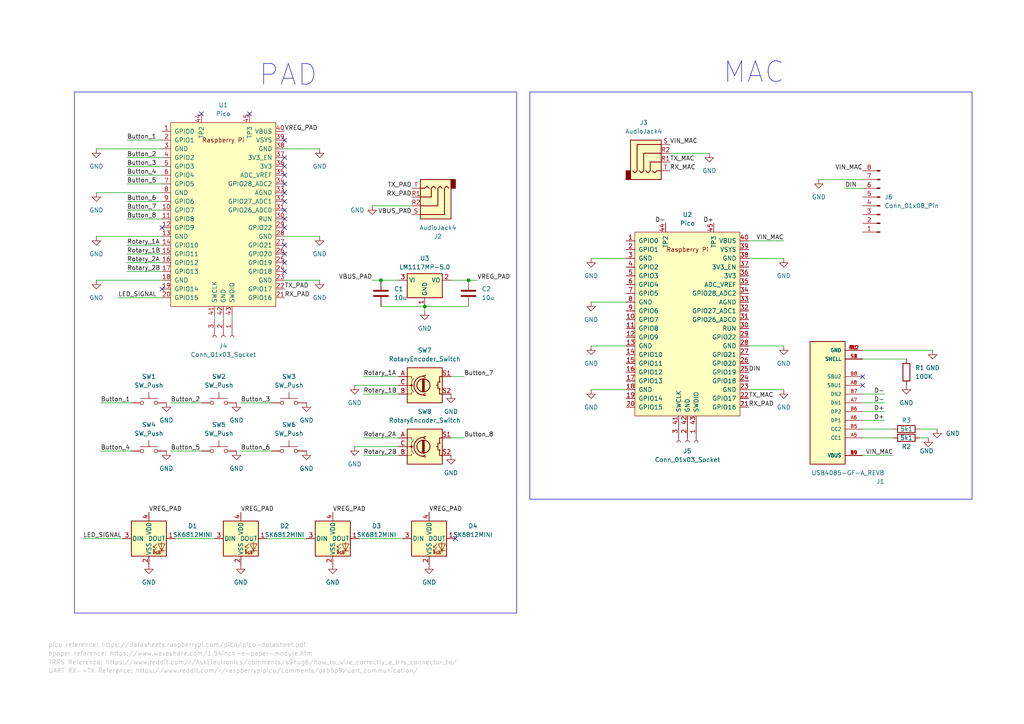
<source format=kicad_sch>
(kicad_sch (version 20230121) (generator eeschema)
  (paper "A4")
  (title_block (title "MACropad") (date "2023-09-19") (rev "2.0") (company "Ben Stirling x Ariel Young"))
  (lib_symbols
    (symbol "Connector:Conn_01x03_Socket" (pin_names (offset 1.016) hide)
      (property "Reference" "J" (at 0 5.08 0))
      (property "Value" "Conn_01x03_Socket" (at 0 -5.08 0))
      (symbol "Conn_01x03_Socket_1_1"
        (arc (start 0 -2.032) (mid -0.5058 -2.54) (end 0 -3.048) (stroke (width 0.1524)))
        (polyline (pts (xy -1.27 -2.54) (xy -0.508 -2.54)) (stroke (width 0.1524)))
        (polyline (pts (xy -1.27 0) (xy -0.508 0)) (stroke (width 0.1524)))
        (polyline (pts (xy -1.27 2.54) (xy -0.508 2.54)) (stroke (width 0.1524)))
        (arc (start 0 0.508) (mid -0.5058 0) (end 0 -0.508) (stroke (width 0.1524)))
        (arc (start 0 3.048) (mid -0.5058 2.54) (end 0 2.032) (stroke (width 0.1524)))
        (pin passive line (at -5.08 2.54 0) (length 3.81) (name "Pin_1") (number "1"))
        (pin passive line (at -5.08 0 0) (length 3.81) (name "Pin_2") (number "2"))
        (pin passive line (at -5.08 -2.54 0) (length 3.81) (name "Pin_3") (number "3"))
      )
    )
    (symbol "Connector:Conn_01x08_Pin" (pin_names (offset 1.016) hide)
      (property "Reference" "J" (at 0 10.16 0))
      (property "Value" "Conn_01x08_Pin" (at 0 -12.7 0))
      (symbol "Conn_01x08_Pin_1_1"
        (polyline (pts (xy 1.27 -10.16) (xy 0.8636 -10.16)) (stroke (width 0.1524)))
        (polyline (pts (xy 1.27 -7.62) (xy 0.8636 -7.62)) (stroke (width 0.1524)))
        (polyline (pts (xy 1.27 -5.08) (xy 0.8636 -5.08)) (stroke (width 0.1524)))
        (polyline (pts (xy 1.27 -2.54) (xy 0.8636 -2.54)) (stroke (width 0.1524)))
        (polyline (pts (xy 1.27 0) (xy 0.8636 0)) (stroke (width 0.1524)))
        (polyline (pts (xy 1.27 2.54) (xy 0.8636 2.54)) (stroke (width 0.1524)))
        (polyline (pts (xy 1.27 5.08) (xy 0.8636 5.08)) (stroke (width 0.1524)))
        (polyline (pts (xy 1.27 7.62) (xy 0.8636 7.62)) (stroke (width 0.1524)))
        (rectangle (start 0.8636 -10.033) (end 0 -10.287) (stroke (width 0.1524)) (fill (type outline)))
        (rectangle (start 0.8636 -7.493) (end 0 -7.747) (stroke (width 0.1524)) (fill (type outline)))
        (rectangle (start 0.8636 -4.953) (end 0 -5.207) (stroke (width 0.1524)) (fill (type outline)))
        (rectangle (start 0.8636 -2.413) (end 0 -2.667) (stroke (width 0.1524)) (fill (type outline)))
        (rectangle (start 0.8636 0.127) (end 0 -0.127) (stroke (width 0.1524)) (fill (type outline)))
        (rectangle (start 0.8636 2.667) (end 0 2.413) (stroke (width 0.1524)) (fill (type outline)))
        (rectangle (start 0.8636 5.207) (end 0 4.953) (stroke (width 0.1524)) (fill (type outline)))
        (rectangle (start 0.8636 7.747) (end 0 7.493) (stroke (width 0.1524)) (fill (type outline)))
        (pin passive line (at 5.08 7.62 180) (length 3.81) (name "Pin_1") (number "1"))
        (pin passive line (at 5.08 5.08 180) (length 3.81) (name "Pin_2") (number "2"))
        (pin passive line (at 5.08 2.54 180) (length 3.81) (name "Pin_3") (number "3"))
        (pin passive line (at 5.08 0 180) (length 3.81) (name "Pin_4") (number "4"))
        (pin passive line (at 5.08 -2.54 180) (length 3.81) (name "Pin_5") (number "5"))
        (pin passive line (at 5.08 -5.08 180) (length 3.81) (name "Pin_6") (number "6"))
        (pin passive line (at 5.08 -7.62 180) (length 3.81) (name "Pin_7") (number "7"))
        (pin passive line (at 5.08 -10.16 180) (length 3.81) (name "Pin_8") (number "8"))
      )
    )
    (symbol "Connector_Audio:AudioJack4"
      (property "Reference" "J" (at 0 8.89 0))
      (property "Value" "AudioJack4" (at 0 6.35 0))
      (symbol "AudioJack4_0_1"
        (rectangle (start -6.35 -5.08) (end -7.62 -7.62) (stroke (width 0.254)) (fill (type outline)))
        (polyline (pts (xy 0 -5.08) (xy 0.635 -5.715) (xy 1.27 -5.08) (xy 2.54 -5.08)) (stroke (width 0.254)))
        (polyline (pts (xy -5.715 -5.08) (xy -5.08 -5.715) (xy -4.445 -5.08) (xy -4.445 2.54) (xy 2.54 2.54)) (stroke (width 0.254)))
        (polyline (pts (xy -1.905 -5.08) (xy -1.27 -5.715) (xy -0.635 -5.08) (xy -0.635 -2.54) (xy 2.54 -2.54)) (stroke (width 0.254)))
        (polyline (pts (xy 2.54 0) (xy -2.54 0) (xy -2.54 -5.08) (xy -3.175 -5.715) (xy -3.81 -5.08)) (stroke (width 0.254)))
        (rectangle (start 2.54 3.81) (end -6.35 -7.62) (stroke (width 0.254)) (fill (type background)))
      )
      (symbol "AudioJack4_1_1"
        (pin passive line (at 5.08 -2.54 180) (length 2.54) (name "~") (number "R1"))
        (pin passive line (at 5.08 0 180) (length 2.54) (name "~") (number "R2"))
        (pin passive line (at 5.08 2.54 180) (length 2.54) (name "~") (number "S"))
        (pin passive line (at 5.08 -5.08 180) (length 2.54) (name "~") (number "T"))
      )
    )
    (symbol "Device:C" (pin_numbers hide) (pin_names (offset 0.254))
      (property "Reference" "C" (at 0.635 2.54 0))
      (property "Value" "C" (at 0.635 -2.54 0))
      (symbol "C_0_1"
        (polyline (pts (xy -2.032 -0.762) (xy 2.032 -0.762)) (stroke (width 0.508)))
        (polyline (pts (xy -2.032 0.762) (xy 2.032 0.762)) (stroke (width 0.508)))
      )
      (symbol "C_1_1"
        (pin passive line (at 0 3.81 270) (length 2.794) (name "~") (number "1"))
        (pin passive line (at 0 -3.81 90) (length 2.794) (name "~") (number "2"))
      )
    )
    (symbol "Device:R" (pin_numbers hide) (pin_names (offset 0))
      (property "Reference" "R" (at 2.032 0 90))
      (property "Value" "R" (at 0 0 90))
      (symbol "R_0_1"
        (rectangle (start -1.016 -2.54) (end 1.016 2.54) (stroke (width 0.254)))
      )
      (symbol "R_1_1"
        (pin passive line (at 0 3.81 270) (length 1.27) (name "~") (number "1"))
        (pin passive line (at 0 -3.81 90) (length 1.27) (name "~") (number "2"))
      )
    )
    (symbol "Device:RotaryEncoder_Switch" (pin_names (offset 0.254) hide)
      (property "Reference" "SW" (at 0 6.604 0))
      (property "Value" "RotaryEncoder_Switch" (at 0 -6.604 0))
      (symbol "RotaryEncoder_Switch_0_1"
        (rectangle (start -5.08 5.08) (end 5.08 -5.08) (stroke (width 0.254)) (fill (type background)))
        (circle (center -3.81 0) (radius 0.254) (fill (type outline)))
        (circle (center -0.381 0) (radius 1.905) (stroke (width 0.254)))
        (arc (start -0.381 2.667) (mid -3.0988 -0.0635) (end -0.381 -2.794) (stroke (width 0.254)))
        (polyline (pts (xy -0.635 -1.778) (xy -0.635 1.778)) (stroke (width 0.254)))
        (polyline (pts (xy -0.381 -1.778) (xy -0.381 1.778)) (stroke (width 0.254)))
        (polyline (pts (xy -0.127 1.778) (xy -0.127 -1.778)) (stroke (width 0.254)))
        (polyline (pts (xy 3.81 0) (xy 3.429 0)) (stroke (width 0.254)))
        (polyline (pts (xy 3.81 1.016) (xy 3.81 -1.016)) (stroke (width 0.254)))
        (polyline (pts (xy -5.08 -2.54) (xy -3.81 -2.54) (xy -3.81 -2.032)))
        (polyline (pts (xy -5.08 2.54) (xy -3.81 2.54) (xy -3.81 2.032)))
        (polyline (pts (xy 0.254 -3.048) (xy -0.508 -2.794) (xy 0.127 -2.413)) (stroke (width 0.254)))
        (polyline (pts (xy 0.254 2.921) (xy -0.508 2.667) (xy 0.127 2.286)) (stroke (width 0.254)))
        (polyline (pts (xy 5.08 -2.54) (xy 4.318 -2.54) (xy 4.318 -1.016)) (stroke (width 0.254)))
        (polyline (pts (xy 5.08 2.54) (xy 4.318 2.54) (xy 4.318 1.016)) (stroke (width 0.254)))
        (polyline (pts (xy -5.08 0) (xy -3.81 0) (xy -3.81 -1.016) (xy -3.302 -2.032)))
        (polyline (pts (xy -4.318 0) (xy -3.81 0) (xy -3.81 1.016) (xy -3.302 2.032)))
        (circle (center 4.318 -1.016) (radius 0.127) (stroke (width 0.254)))
        (circle (center 4.318 1.016) (radius 0.127) (stroke (width 0.254)))
      )
      (symbol "RotaryEncoder_Switch_1_1"
        (pin passive line (at -7.62 2.54 0) (length 2.54) (name "A") (number "A"))
        (pin passive line (at -7.62 -2.54 0) (length 2.54) (name "B") (number "B"))
        (pin passive line (at -7.62 0 0) (length 2.54) (name "C") (number "C"))
        (pin passive line (at 7.62 2.54 180) (length 2.54) (name "S1") (number "S1"))
        (pin passive line (at 7.62 -2.54 180) (length 2.54) (name "S2") (number "S2"))
      )
    )
    (symbol "LED:SK6812MINI" (pin_names (offset 0.254))
      (property "Reference" "D" (at 5.08 5.715 0))
      (property "Value" "SK6812MINI" (at 1.27 -5.715 0))
      (symbol "SK6812MINI_0_0"
        (text "RGB" (at 2.286 -4.191 0) (effects (font (size 0.762 0.762))))
      )
      (symbol "SK6812MINI_0_1"
        (polyline (pts (xy 1.27 -3.556) (xy 1.778 -3.556)))
        (polyline (pts (xy 1.27 -2.54) (xy 1.778 -2.54)))
        (polyline (pts (xy 4.699 -3.556) (xy 2.667 -3.556)))
        (polyline (pts (xy 2.286 -2.54) (xy 1.27 -3.556) (xy 1.27 -3.048)))
        (polyline (pts (xy 2.286 -1.524) (xy 1.27 -2.54) (xy 1.27 -2.032)))
        (polyline (pts (xy 3.683 -1.016) (xy 3.683 -3.556) (xy 3.683 -4.064)))
        (polyline (pts (xy 4.699 -1.524) (xy 2.667 -1.524) (xy 3.683 -3.556) (xy 4.699 -1.524)))
        (rectangle (start 5.08 5.08) (end -5.08 -5.08) (stroke (width 0.254)) (fill (type background)))
      )
      (symbol "SK6812MINI_1_1"
        (pin output line (at 7.62 0 180) (length 2.54) (name "DOUT") (number "1"))
        (pin power_in line (at 0 -7.62 90) (length 2.54) (name "VSS") (number "2"))
        (pin input line (at -7.62 0 0) (length 2.54) (name "DIN") (number "3"))
        (pin power_in line (at 0 7.62 270) (length 2.54) (name "VDD") (number "4"))
      )
    )
    (symbol "MCU_RPI:Pico" (pin_names (offset 1.016))
      (property "Reference" "U" (at -13.97 27.94 0))
      (property "Value" "Pico" (at 0 19.05 0))
      (symbol "Pico_0_0"
        (text "Raspberry Pi" (at 0 21.59 0) (effects (font (size 1.27 1.27))))
      )
      (symbol "Pico_0_1"
        (rectangle (start -15.24 26.67) (end 15.24 -26.67) (fill (type background)))
      )
      (symbol "Pico_1_1"
        (pin bidirectional line (at -17.78 24.13 0) (length 2.54) (name "GPIO0") (number "1"))
        (pin bidirectional line (at -17.78 1.27 0) (length 2.54) (name "GPIO7") (number "10"))
        (pin bidirectional line (at -17.78 -1.27 0) (length 2.54) (name "GPIO8") (number "11"))
        (pin bidirectional line (at -17.78 -3.81 0) (length 2.54) (name "GPIO9") (number "12"))
        (pin power_in line (at -17.78 -6.35 0) (length 2.54) (name "GND") (number "13"))
        (pin bidirectional line (at -17.78 -8.89 0) (length 2.54) (name "GPIO10") (number "14"))
        (pin bidirectional line (at -17.78 -11.43 0) (length 2.54) (name "GPIO11") (number "15"))
        (pin bidirectional line (at -17.78 -13.97 0) (length 2.54) (name "GPIO12") (number "16"))
        (pin bidirectional line (at -17.78 -16.51 0) (length 2.54) (name "GPIO13") (number "17"))
        (pin power_in line (at -17.78 -19.05 0) (length 2.54) (name "GND") (number "18"))
        (pin bidirectional line (at -17.78 -21.59 0) (length 2.54) (name "GPIO14") (number "19"))
        (pin bidirectional line (at -17.78 21.59 0) (length 2.54) (name "GPIO1") (number "2"))
        (pin bidirectional line (at -17.78 -24.13 0) (length 2.54) (name "GPIO15") (number "20"))
        (pin bidirectional line (at 17.78 -24.13 180) (length 2.54) (name "GPIO16") (number "21"))
        (pin bidirectional line (at 17.78 -21.59 180) (length 2.54) (name "GPIO17") (number "22"))
        (pin power_in line (at 17.78 -19.05 180) (length 2.54) (name "GND") (number "23"))
        (pin bidirectional line (at 17.78 -16.51 180) (length 2.54) (name "GPIO18") (number "24"))
        (pin bidirectional line (at 17.78 -13.97 180) (length 2.54) (name "GPIO19") (number "25"))
        (pin bidirectional line (at 17.78 -11.43 180) (length 2.54) (name "GPIO20") (number "26"))
        (pin bidirectional line (at 17.78 -8.89 180) (length 2.54) (name "GPIO21") (number "27"))
        (pin power_in line (at 17.78 -6.35 180) (length 2.54) (name "GND") (number "28"))
        (pin bidirectional line (at 17.78 -3.81 180) (length 2.54) (name "GPIO22") (number "29"))
        (pin power_in line (at -17.78 19.05 0) (length 2.54) (name "GND") (number "3"))
        (pin input line (at 17.78 -1.27 180) (length 2.54) (name "RUN") (number "30"))
        (pin bidirectional line (at 17.78 1.27 180) (length 2.54) (name "GPIO26_ADC0") (number "31"))
        (pin bidirectional line (at 17.78 3.81 180) (length 2.54) (name "GPIO27_ADC1") (number "32"))
        (pin power_in line (at 17.78 6.35 180) (length 2.54) (name "AGND") (number "33"))
        (pin bidirectional line (at 17.78 8.89 180) (length 2.54) (name "GPIO28_ADC2") (number "34"))
        (pin unspecified line (at 17.78 11.43 180) (length 2.54) (name "ADC_VREF") (number "35"))
        (pin unspecified line (at 17.78 13.97 180) (length 2.54) (name "3V3") (number "36"))
        (pin input line (at 17.78 16.51 180) (length 2.54) (name "3V3_EN") (number "37"))
        (pin bidirectional line (at 17.78 19.05 180) (length 2.54) (name "GND") (number "38"))
        (pin unspecified line (at 17.78 21.59 180) (length 2.54) (name "VSYS") (number "39"))
        (pin bidirectional line (at -17.78 16.51 0) (length 2.54) (name "GPIO2") (number "4"))
        (pin unspecified line (at 17.78 24.13 180) (length 2.54) (name "VBUS") (number "40"))
        (pin input line (at -2.54 -29.21 90) (length 2.54) (name "SWCLK") (number "41"))
        (pin power_in line (at 0 -29.21 90) (length 2.54) (name "GND") (number "42"))
        (pin bidirectional line (at 2.54 -29.21 90) (length 2.54) (name "SWDIO") (number "43"))
        (pin bidirectional line (at -6.35 29.21 270) (length 2.54) (name "TP2") (number "44"))
        (pin bidirectional line (at 7.62 29.21 270) (length 2.54) (name "TP3") (number "45"))
        (pin bidirectional line (at -17.78 13.97 0) (length 2.54) (name "GPIO3") (number "5"))
        (pin bidirectional line (at -17.78 11.43 0) (length 2.54) (name "GPIO4") (number "6"))
        (pin bidirectional line (at -17.78 8.89 0) (length 2.54) (name "GPIO5") (number "7"))
        (pin power_in line (at -17.78 6.35 0) (length 2.54) (name "GND") (number "8"))
        (pin bidirectional line (at -17.78 3.81 0) (length 2.54) (name "GPIO6") (number "9"))
      )
    )
    (symbol "Pico_1" (pin_names (offset 1.016))
      (property "Reference" "U" (at -13.97 27.94 0))
      (property "Value" "Pico" (at 0 19.05 0))
      (symbol "Pico_1_0_0"
        (text "Raspberry Pi" (at 0 21.59 0) (effects (font (size 1.27 1.27))))
      )
      (symbol "Pico_1_0_1"
        (rectangle (start -15.24 26.67) (end 15.24 -26.67) (fill (type background)))
      )
      (symbol "Pico_1_1_1"
        (pin bidirectional line (at -17.78 24.13 0) (length 2.54) (name "GPIO0") (number "1"))
        (pin bidirectional line (at -17.78 1.27 0) (length 2.54) (name "GPIO7") (number "10"))
        (pin bidirectional line (at -17.78 -1.27 0) (length 2.54) (name "GPIO8") (number "11"))
        (pin bidirectional line (at -17.78 -3.81 0) (length 2.54) (name "GPIO9") (number "12"))
        (pin power_in line (at -17.78 -6.35 0) (length 2.54) (name "GND") (number "13"))
        (pin bidirectional line (at -17.78 -8.89 0) (length 2.54) (name "GPIO10") (number "14"))
        (pin bidirectional line (at -17.78 -11.43 0) (length 2.54) (name "GPIO11") (number "15"))
        (pin bidirectional line (at -17.78 -13.97 0) (length 2.54) (name "GPIO12") (number "16"))
        (pin bidirectional line (at -17.78 -16.51 0) (length 2.54) (name "GPIO13") (number "17"))
        (pin power_in line (at -17.78 -19.05 0) (length 2.54) (name "GND") (number "18"))
        (pin bidirectional line (at -17.78 -21.59 0) (length 2.54) (name "GPIO14") (number "19"))
        (pin bidirectional line (at -17.78 21.59 0) (length 2.54) (name "GPIO1") (number "2"))
        (pin bidirectional line (at -17.78 -24.13 0) (length 2.54) (name "GPIO15") (number "20"))
        (pin bidirectional line (at 17.78 -24.13 180) (length 2.54) (name "GPIO16") (number "21"))
        (pin bidirectional line (at 17.78 -21.59 180) (length 2.54) (name "GPIO17") (number "22"))
        (pin power_in line (at 17.78 -19.05 180) (length 2.54) (name "GND") (number "23"))
        (pin bidirectional line (at 17.78 -16.51 180) (length 2.54) (name "GPIO18") (number "24"))
        (pin bidirectional line (at 17.78 -13.97 180) (length 2.54) (name "GPIO19") (number "25"))
        (pin bidirectional line (at 17.78 -11.43 180) (length 2.54) (name "GPIO20") (number "26"))
        (pin bidirectional line (at 17.78 -8.89 180) (length 2.54) (name "GPIO21") (number "27"))
        (pin power_in line (at 17.78 -6.35 180) (length 2.54) (name "GND") (number "28"))
        (pin bidirectional line (at 17.78 -3.81 180) (length 2.54) (name "GPIO22") (number "29"))
        (pin power_in line (at -17.78 19.05 0) (length 2.54) (name "GND") (number "3"))
        (pin input line (at 17.78 -1.27 180) (length 2.54) (name "RUN") (number "30"))
        (pin bidirectional line (at 17.78 1.27 180) (length 2.54) (name "GPIO26_ADC0") (number "31"))
        (pin bidirectional line (at 17.78 3.81 180) (length 2.54) (name "GPIO27_ADC1") (number "32"))
        (pin power_in line (at 17.78 6.35 180) (length 2.54) (name "AGND") (number "33"))
        (pin bidirectional line (at 17.78 8.89 180) (length 2.54) (name "GPIO28_ADC2") (number "34"))
        (pin unspecified line (at 17.78 11.43 180) (length 2.54) (name "ADC_VREF") (number "35"))
        (pin unspecified line (at 17.78 13.97 180) (length 2.54) (name "3V3") (number "36"))
        (pin input line (at 17.78 16.51 180) (length 2.54) (name "3V3_EN") (number "37"))
        (pin bidirectional line (at 17.78 19.05 180) (length 2.54) (name "GND") (number "38"))
        (pin unspecified line (at 17.78 21.59 180) (length 2.54) (name "VSYS") (number "39"))
        (pin bidirectional line (at -17.78 16.51 0) (length 2.54) (name "GPIO2") (number "4"))
        (pin unspecified line (at 17.78 24.13 180) (length 2.54) (name "VBUS") (number "40"))
        (pin input line (at -2.54 -29.21 90) (length 2.54) (name "SWCLK") (number "41"))
        (pin power_in line (at 0 -29.21 90) (length 2.54) (name "GND") (number "42"))
        (pin bidirectional line (at 2.54 -29.21 90) (length 2.54) (name "SWDIO") (number "43"))
        (pin bidirectional line (at -6.35 29.21 270) (length 2.54) (name "TP2") (number "44"))
        (pin bidirectional line (at 7.62 29.21 270) (length 2.54) (name "TP3") (number "45"))
        (pin bidirectional line (at -17.78 13.97 0) (length 2.54) (name "GPIO3") (number "5"))
        (pin bidirectional line (at -17.78 11.43 0) (length 2.54) (name "GPIO4") (number "6"))
        (pin bidirectional line (at -17.78 8.89 0) (length 2.54) (name "GPIO5") (number "7"))
        (pin power_in line (at -17.78 6.35 0) (length 2.54) (name "GND") (number "8"))
        (pin bidirectional line (at -17.78 3.81 0) (length 2.54) (name "GPIO6") (number "9"))
      )
    )
    (symbol "Regulator_Linear:LM1117MP-5.0"
      (property "Reference" "U" (at -3.81 3.175 0))
      (property "Value" "LM1117MP-5.0" (at 0 3.175 0))
      (symbol "LM1117MP-5.0_0_1"
        (rectangle (start -5.08 -5.08) (end 5.08 1.905) (stroke (width 0.254)) (fill (type background)))
      )
      (symbol "LM1117MP-5.0_1_1"
        (pin power_in line (at 0 -7.62 90) (length 2.54) (name "GND") (number "1"))
        (pin power_out line (at 7.62 0 180) (length 2.54) (name "VO") (number "2"))
        (pin power_in line (at -7.62 0 0) (length 2.54) (name "VI") (number "3"))
      )
    )
    (symbol "Switch:SW_Push" (pin_numbers hide) (pin_names (offset 1.016) hide)
      (property "Reference" "SW" (at 1.27 2.54 0))
      (property "Value" "SW_Push" (at 0 -1.524 0))
      (symbol "SW_Push_0_1"
        (circle (center -2.032 0) (radius 0.508))
        (polyline (pts (xy 0 1.27) (xy 0 3.048)))
        (polyline (pts (xy 2.54 1.27) (xy -2.54 1.27)))
        (circle (center 2.032 0) (radius 0.508))
        (pin passive line (at -5.08 0 0) (length 2.54) (name "1") (number "1"))
        (pin passive line (at 5.08 0 180) (length 2.54) (name "2") (number "2"))
      )
    )
    (symbol "USBC:USB4085-GF-A_REVB" (pin_names (offset 1.016))
      (property "Reference" "J" (at -5.08 18.288 0))
      (property "Value" "USB4085-GF-A_REVB" (at -5.08 -20.32 0))
      (symbol "USB4085-GF-A_REVB_0_0"
        (rectangle (start -5.08 -17.78) (end 5.08 17.78) (stroke (width 0.254)) (fill (type background)))
        (pin power_in line (at -10.16 -15.24 0) (length 5.08) (name "GND") (number "A1"))
        (pin power_in line (at -10.16 -15.24 0) (length 5.08) (name "GND") (number "A12"))
        (pin power_in line (at -10.16 15.24 0) (length 5.08) (name "VBUS") (number "A4"))
        (pin bidirectional line (at -10.16 10.16 0) (length 5.08) (name "CC1") (number "A5"))
        (pin bidirectional line (at -10.16 5.08 0) (length 5.08) (name "DP1") (number "A6"))
        (pin bidirectional line (at -10.16 0 0) (length 5.08) (name "DN1") (number "A7"))
        (pin bidirectional line (at -10.16 -5.08 0) (length 5.08) (name "SBU1") (number "A8"))
        (pin power_in line (at -10.16 15.24 0) (length 5.08) (name "VBUS") (number "A9"))
        (pin power_in line (at -10.16 -15.24 0) (length 5.08) (name "GND") (number "B1"))
        (pin power_in line (at -10.16 -15.24 0) (length 5.08) (name "GND") (number "B12"))
        (pin power_in line (at -10.16 15.24 0) (length 5.08) (name "VBUS") (number "B4"))
        (pin bidirectional line (at -10.16 7.62 0) (length 5.08) (name "CC2") (number "B5"))
        (pin bidirectional line (at -10.16 2.54 0) (length 5.08) (name "DP2") (number "B6"))
        (pin bidirectional line (at -10.16 -2.54 0) (length 5.08) (name "DN2") (number "B7"))
        (pin bidirectional line (at -10.16 -7.62 0) (length 5.08) (name "SBU2") (number "B8"))
        (pin power_in line (at -10.16 15.24 0) (length 5.08) (name "VBUS") (number "B9"))
        (pin passive line (at -10.16 -12.7 0) (length 5.08) (name "SHELL") (number "S1"))
        (pin passive line (at -10.16 -12.7 0) (length 5.08) (name "SHELL") (number "S2"))
        (pin passive line (at -10.16 -12.7 0) (length 5.08) (name "SHELL") (number "S3"))
        (pin passive line (at -10.16 -12.7 0) (length 5.08) (name "SHELL") (number "S4"))
      )
    )
    (symbol "power:GND" (power) (pin_names (offset 0))
      (property "Value" "GND" (at 0 -3.81 0))
      (symbol "GND_0_1"
        (polyline (pts (xy 0 0) (xy 0 -1.27) (xy 1.27 -1.27) (xy 0 -2.54) (xy -1.27 -1.27) (xy 0 -1.27)))
      )
      (symbol "GND_1_1"
        (pin power_in line (at 0 0 270) (length 0) hide (name "GND") (number "1"))
      )
    )
  )
  (junction (at 110.49 81.28))
  (junction (at 123.19 88.9))
  (junction (at 135.89 81.28))
  (no_connect (at 82.55 40.64))
  (no_connect (at 58.42 33.02))
  (no_connect (at 82.55 66.04))
  (no_connect (at 82.55 60.96))
  (no_connect (at 82.55 53.34))
  (no_connect (at 82.55 50.8))
  (no_connect (at 72.39 33.02))
  (no_connect (at 82.55 45.72))
  (no_connect (at 82.55 63.5))
  (no_connect (at 82.55 55.88))
  (no_connect (at 82.55 76.2))
  (no_connect (at 82.55 58.42))
  (no_connect (at 82.55 73.66))
  (no_connect (at 82.55 71.12))
  (no_connect (at 250.19 109.22))
  (no_connect (at 82.55 48.26))
  (no_connect (at 46.99 66.04))
  (no_connect (at 132.08 156.21))
  (no_connect (at 250.19 111.76))
  (no_connect (at 82.55 78.74))
  (no_connect (at 46.99 83.82))
  (wire (pts (xy 105.41 114.3) (xy 115.57 114.3)))
  (wire (pts (xy 123.19 88.9) (xy 135.89 88.9)))
  (wire (pts (xy 92.71 68.58) (xy 82.55 68.58)))
  (wire (pts (xy 27.94 81.28) (xy 46.99 81.28)))
  (wire (pts (xy 36.83 60.96) (xy 46.99 60.96)))
  (wire (pts (xy 227.33 100.33) (xy 217.17 100.33)))
  (wire (pts (xy 27.94 68.58) (xy 46.99 68.58)))
  (wire (pts (xy 69.85 130.81) (xy 78.74 130.81)))
  (wire (pts (xy 36.83 45.72) (xy 46.99 45.72)))
  (wire (pts (xy 237.49 52.07) (xy 250.19 52.07)))
  (wire (pts (xy 27.94 55.88) (xy 46.99 55.88)))
  (wire (pts (xy 134.62 127) (xy 130.81 127)))
  (wire (pts (xy 123.19 90.17) (xy 123.19 88.9)))
  (wire (pts (xy 110.49 81.28) (xy 115.57 81.28)))
  (wire (pts (xy 77.47 156.21) (xy 88.9 156.21)))
  (wire (pts (xy 104.14 156.21) (xy 116.84 156.21)))
  (wire (pts (xy 105.41 127) (xy 115.57 127)))
  (wire (pts (xy 107.95 81.28) (xy 110.49 81.28)))
  (wire (pts (xy 102.87 129.54) (xy 115.57 129.54)))
  (wire (pts (xy 171.45 87.63) (xy 181.61 87.63)))
  (wire (pts (xy 92.71 43.18) (xy 82.55 43.18)))
  (wire (pts (xy 36.83 40.64) (xy 46.99 40.64)))
  (wire (pts (xy 269.24 127) (xy 266.7 127)))
  (wire (pts (xy 49.53 116.84) (xy 58.42 116.84)))
  (wire (pts (xy 50.8 156.21) (xy 62.23 156.21)))
  (wire (pts (xy 171.45 74.93) (xy 181.61 74.93)))
  (wire (pts (xy 36.83 58.42) (xy 46.99 58.42)))
  (wire (pts (xy 36.83 78.74) (xy 46.99 78.74)))
  (wire (pts (xy 36.83 73.66) (xy 46.99 73.66)))
  (wire (pts (xy 36.83 53.34) (xy 46.99 53.34)))
  (wire (pts (xy 245.11 54.61) (xy 250.19 54.61)))
  (wire (pts (xy 171.45 100.33) (xy 181.61 100.33)))
  (wire (pts (xy 259.08 132.08) (xy 250.19 132.08)))
  (wire (pts (xy 135.89 81.28) (xy 130.81 81.28)))
  (wire (pts (xy 256.54 121.92) (xy 250.19 121.92)))
  (wire (pts (xy 138.43 81.28) (xy 135.89 81.28)))
  (wire (pts (xy 29.21 130.81) (xy 38.1 130.81)))
  (wire (pts (xy 105.41 109.22) (xy 115.57 109.22)))
  (wire (pts (xy 49.53 130.81) (xy 58.42 130.81)))
  (wire (pts (xy 227.33 69.85) (xy 217.17 69.85)))
  (wire (pts (xy 110.49 88.9) (xy 123.19 88.9)))
  (wire (pts (xy 171.45 113.03) (xy 181.61 113.03)))
  (wire (pts (xy 227.33 113.03) (xy 217.17 113.03)))
  (wire (pts (xy 24.13 156.21) (xy 35.56 156.21)))
  (wire (pts (xy 36.83 71.12) (xy 46.99 71.12)))
  (wire (pts (xy 227.33 74.93) (xy 217.17 74.93)))
  (wire (pts (xy 67.31 92.71) (xy 67.31 91.44)))
  (wire (pts (xy 256.54 119.38) (xy 250.19 119.38)))
  (wire (pts (xy 205.74 44.45) (xy 194.31 44.45)))
  (wire (pts (xy 27.94 43.18) (xy 46.99 43.18)))
  (wire (pts (xy 259.08 127) (xy 250.19 127)))
  (wire (pts (xy 69.85 116.84) (xy 78.74 116.84)))
  (wire (pts (xy 105.41 132.08) (xy 115.57 132.08)))
  (wire (pts (xy 259.08 124.46) (xy 250.19 124.46)))
  (wire (pts (xy 29.21 116.84) (xy 38.1 116.84)))
  (wire (pts (xy 92.71 81.28) (xy 82.55 81.28)))
  (wire (pts (xy 250.19 101.6) (xy 270.51 101.6)))
  (wire (pts (xy 102.87 111.76) (xy 115.57 111.76)))
  (wire (pts (xy 271.78 124.46) (xy 266.7 124.46)))
  (wire (pts (xy 34.29 86.36) (xy 46.99 86.36)))
  (wire (pts (xy 256.54 116.84) (xy 250.19 116.84)))
  (wire (pts (xy 64.77 92.71) (xy 64.77 91.44)))
  (wire (pts (xy 62.23 92.71) (xy 62.23 91.44)))
  (wire (pts (xy 36.83 48.26) (xy 46.99 48.26)))
  (wire (pts (xy 107.95 59.69) (xy 119.38 59.69)))
  (wire (pts (xy 36.83 76.2) (xy 46.99 76.2)))
  (wire (pts (xy 36.83 63.5) (xy 46.99 63.5)))
  (wire (pts (xy 262.89 104.14) (xy 250.19 104.14)))
  (wire (pts (xy 256.54 114.3) (xy 250.19 114.3)))
  (wire (pts (xy 36.83 50.8) (xy 46.99 50.8)))
  (wire (pts (xy 134.62 109.22) (xy 130.81 109.22)))
  (rectangle (start 153.67 26.67) (end 281.94 144.78))
  (rectangle (start 21.59 26.67) (end 149.86 177.8))
  (text "MAC\n\n" (at 209.55 34.29 0) (effects (font (size 6 6)) (justify left bottom)))
  (text "TRRS Reference: https://www.reddit.com/r/AskElectronics/comments/s9hug6/how_to_wire_correctly_a_trrs_connector_to/" (at 13.97 193.04 0) (effects (font (size 1.27 1.27)) (justify left bottom)))
  (text "epaper reference: https://www.waveshare.com/1.54inch-e-paper-module.htm" (at 13.97 190.5 0) (effects (font (size 1.27 1.27)) (justify left bottom)))
  (text "PAD\n" (at 74.93 25.4 0) (effects (font (size 6 6)) (justify left bottom)))
  (text "pico reference: https://datasheets.raspberrypi.com/pico/pico-datasheet.pdf" (at 13.97 187.96 0) (effects (font (size 1.27 1.27)) (justify left bottom)))
  (label "Button_2" (at 36.83 45.72 0))
  (label "DIN" (at 245.11 54.61 0))
  (label "VREG_PAD" (at 138.43 81.28 0))
  (label "Button_5" (at 36.83 53.34 0))
  (label "Rotary_2B" (at 105.41 132.08 0))
  (label "Button_8" (at 36.83 63.5 0))
  (label "TX_PAD" (at 119.38 54.61 180))
  (label "Rotary_1B" (at 105.41 114.3 0))
  (label "Button_5" (at 49.53 130.81 0))
  (label "D+" (at 256.54 121.92 180))
  (label "VIN_MAC" (at 259.08 132.08 180))
  (label "VREG_PAD" (at 43.18 148.59 0))
  (label "RX_MAC" (at 194.31 49.53 0))
  (label "Rotary_1A" (at 105.41 109.22 0))
  (label "RX_PAD" (at 82.55 86.36 0))
  (label "VREG_PAD" (at 69.85 148.59 0))
  (label "LED_SIGNAL" (at 34.29 86.36 0))
  (label "Rotary_1A" (at 36.83 71.12 0))
  (label "Rotary_2B" (at 36.83 78.74 0))
  (label "VREG_PAD" (at 124.46 148.59 0))
  (label "TX_MAC" (at 217.17 115.57 0))
  (label "RX_PAD" (at 217.17 118.11 0))
  (label "VIN_MAC" (at 250.19 49.53 180))
  (label "Rotary_1B" (at 36.83 73.66 0))
  (label "D-" (at 256.54 114.3 180))
  (label "VREG_PAD" (at 82.55 38.1 0))
  (label "UART RX->TX Reference: https:{slash}{slash}www.reddit.com{slash}r{slash}raspberrypipico{slash}comments{slash}okb5p9{slash}uart_communication{slash}" (at 13.97 195.58 0))
  (label "Rotary_2A" (at 36.83 76.2 0))
  (label "VBUS_PAD" (at 119.38 62.23 180))
  (label "D-" (at 256.54 116.84 180))
  (label "Button_3" (at 36.83 48.26 0))
  (label "D-" (at 193.04 64.77 180))
  (label "Rotary_2A" (at 105.41 127 0))
  (label "VIN_MAC" (at 227.33 69.85 180))
  (label "TX_MAC" (at 194.31 46.99 0))
  (label "Button_7" (at 134.62 109.22 0))
  (label "Button_7" (at 36.83 60.96 0))
  (label "RX_PAD" (at 119.38 57.15 180))
  (label "DIN" (at 217.17 107.95 0))
  (label "LED_SIGNAL" (at 24.13 156.21 0))
  (label "Button_6" (at 36.83 58.42 0))
  (label "Button_1" (at 36.83 40.64 0))
  (label "D+" (at 256.54 119.38 180))
  (label "TX_PAD" (at 82.55 83.82 0))
  (label "Button_2" (at 49.53 116.84 0))
  (label "Button_1" (at 29.21 116.84 0))
  (label "Button_6" (at 69.85 130.81 0))
  (label "Button_4" (at 29.21 130.81 0))
  (label "Button_4" (at 36.83 50.8 0))
  (label "VIN_MAC" (at 194.31 41.91 0))
  (label "VREG_PAD" (at 96.52 148.59 0))
  (label "D+" (at 207.01 64.77 180))
  (label "VBUS_PAD" (at 107.95 81.28 180))
  (label "Button_8" (at 134.62 127 0))
  (label "Button_3" (at 69.85 116.84 0))
  (symbol (lib_id "power:GND") (at 27.94 81.28 0) (unit 1)
    (property "Reference" "#PWR026" (effects hide))
    (property "Value" "GND" (at 27.94 86.36 0))
  )
  (symbol (lib_id "power:GND") (at 130.81 114.3 0) (unit 1)
    (property "Reference" "#PWR09" (effects hide))
    (property "Value" "GND" (at 130.81 119.38 0))
  )
  (symbol (lib_id "power:GND") (at 27.94 55.88 0) (unit 1)
    (property "Reference" "#PWR022" (effects hide))
    (property "Value" "GND" (at 27.94 60.96 0))
  )
  (symbol (lib_id "Switch:SW_Push") (at 83.82 130.81 0) (unit 1)
    (property "Reference" "SW6" (at 83.82 123.19 0))
    (property "Value" "SW_Push" (at 83.82 125.73 0))
    (property "Footprint" "Button_Switch_Keyboard:SW_Cherry_MX_1.00u_PCB" (effects hide))
  )
  (symbol (lib_id "Switch:SW_Push") (at 83.82 116.84 0) (unit 1)
    (property "Reference" "SW3" (at 83.82 109.22 0))
    (property "Value" "SW_Push" (at 83.82 111.76 0))
    (property "Footprint" "Button_Switch_Keyboard:SW_Cherry_MX_1.00u_PCB" (effects hide))
  )
  (symbol (lib_id "power:GND") (at 237.49 52.07 0) (unit 1)
    (property "Reference" "#PWR010" (effects hide))
    (property "Value" "GND" (at 237.49 57.15 0))
  )
  (symbol (lib_id "LED:SK6812MINI") (at 96.52 156.21 0) (unit 1)
    (property "Reference" "D3" (at 109.22 152.5621 0))
    (property "Value" "SK6812MINI" (at 109.22 155.1021 0))
    (property "Footprint" "LED_SMD:LED_WS2812B_PLCC4_5.0x5.0mm_P3.2mm" (effects hide))
    (property "Datasheet" "https://cdn-shop.adafruit.com/product-files/2686/SK6812MINI_REV.01-1-2.pdf" (effects hide))
  )
  (symbol (lib_id "Switch:SW_Push") (at 63.5 116.84 0) (unit 1)
    (property "Reference" "SW2" (at 63.5 109.22 0))
    (property "Value" "SW_Push" (at 63.5 111.76 0))
    (property "Footprint" "Button_Switch_Keyboard:SW_Cherry_MX_1.00u_PCB" (effects hide))
  )
  (symbol (lib_id "power:GND") (at 227.33 113.03 0) (unit 1)
    (property "Reference" "#PWR035" (effects hide))
    (property "Value" "GND" (at 227.33 118.11 0))
  )
  (symbol (lib_id "power:GND") (at 68.58 130.81 0) (unit 1)
    (property "Reference" "#PWR04" (effects hide))
    (property "Value" "GND" (at 68.58 135.89 0))
  )
  (symbol (lib_id "power:GND") (at 171.45 74.93 0) (unit 1)
    (property "Reference" "#PWR031" (effects hide))
    (property "Value" "GND" (at 171.45 80.01 0))
  )
  (symbol (lib_id "power:GND") (at 171.45 87.63 0) (unit 1)
    (property "Reference" "#PWR032" (effects hide))
    (property "Value" "GND" (at 171.45 92.71 0))
  )
  (symbol (lib_id "Regulator_Linear:LM1117MP-5.0") (at 123.19 81.28 0) (unit 1)
    (property "Reference" "U3" (at 123.19 74.93 0))
    (property "Value" "LM1117MP-5.0" (at 123.19 77.47 0))
    (property "Footprint" "Package_TO_SOT_SMD:SOT-223-3_TabPin2" (effects hide))
    (property "Datasheet" "http://www.ti.com/lit/ds/symlink/lm1117.pdf" (effects hide))
  )
  (symbol (lib_id "LED:SK6812MINI") (at 69.85 156.21 0) (unit 1)
    (property "Reference" "D2" (at 82.55 152.5621 0))
    (property "Value" "SK6812MINI" (at 82.55 155.1021 0))
    (property "Footprint" "LED_SMD:LED_WS2812B_PLCC4_5.0x5.0mm_P3.2mm" (effects hide))
    (property "Datasheet" "https://cdn-shop.adafruit.com/product-files/2686/SK6812MINI_REV.01-1-2.pdf" (effects hide))
  )
  (symbol (lib_id "Connector:Conn_01x08_Pin") (at 255.27 59.69 180) (unit 1)
    (property "Reference" "J6" (at 256.54 57.15 0) (effects (justify right)))
    (property "Value" "Conn_01x08_Pin" (at 256.54 59.69 0) (effects (justify right)))
  )
  (symbol (lib_id "power:GND") (at 88.9 130.81 0) (unit 1)
    (property "Reference" "#PWR05" (effects hide))
    (property "Value" "GND" (at 88.9 135.89 0))
  )
  (symbol (lib_id "power:GND") (at 227.33 100.33 0) (unit 1)
    (property "Reference" "#PWR036" (effects hide))
    (property "Value" "GND" (at 227.33 105.41 0))
  )
  (symbol (lib_id "power:GND") (at 124.46 163.83 0) (unit 1)
    (property "Reference" "#PWR021" (effects hide))
    (property "Value" "GND" (at 124.46 168.91 0))
  )
  (symbol (lib_id "power:GND") (at 271.78 124.46 0) (unit 1)
    (property "Reference" "#PWR028" (effects hide))
    (property "Value" "GND" (at 274.32 125.73 0) (effects (justify left)))
  )
  (symbol (lib_id "power:GND") (at 92.71 43.18 0) (unit 1)
    (property "Reference" "#PWR025" (effects hide))
    (property "Value" "GND" (at 92.71 48.26 0))
  )
  (symbol (lib_id "power:GND") (at 205.74 44.45 0) (unit 1)
    (property "Reference" "#PWR016" (effects hide))
    (property "Value" "GND" (at 205.74 49.53 0))
  )
  (symbol (lib_id "power:GND") (at 68.58 116.84 0) (unit 1)
    (property "Reference" "#PWR06" (effects hide))
    (property "Value" "GND" (at 68.58 121.92 0))
  )
  (symbol (lib_id "power:GND") (at 27.94 43.18 0) (unit 1)
    (property "Reference" "#PWR017" (effects hide))
    (property "Value" "GND" (at 27.94 48.26 0))
  )
  (symbol (lib_id "power:GND") (at 107.95 59.69 0) (unit 1)
    (property "Reference" "#PWR015" (effects hide))
    (property "Value" "GND" (at 101.6 60.96 0) (effects (justify left)))
  )
  (symbol (lib_id "Connector_Audio:AudioJack4") (at 124.46 59.69 180) (unit 1)
    (property "Reference" "J2" (at 127 68.58 0))
    (property "Value" "AudioJack4" (at 127 66.04 0))
    (property "Footprint" "Connector_Audio:Jack_3.5mm_PJ320D_Horizontal" (effects hide))
  )
  (symbol (lib_id "power:GND") (at 269.24 127 0) (unit 1)
    (property "Reference" "#PWR014" (effects hide))
    (property "Value" "GND" (at 266.7 130.81 0) (effects (justify left)))
  )
  (symbol (lib_id "USBC:USB4085-GF-A_REVB") (at 240.03 116.84 180) (unit 1)
    (property "Reference" "J1" (at 256.54 139.7 0) (effects (justify left)))
    (property "Value" "USB4085-GF-A_REVB" (at 256.54 137.16 0) (effects (justify left)))
    (property "Footprint" "USB4085-GF-A_REVB:GCT_USB4085-GF-A_REVB" (effects hide))
    (property "MF" "Global Connector Technology" (effects hide))
    (property "MAXIMUM_PACKAGE_HEIGHT" "3.16mm" (effects hide))
    (property "Package" "None" (effects hide))
    (property "Price" "None" (effects hide))
    (property "Check_prices" "https://www.snapeda.com/parts/USB4085-GF-A/Global+Connector+Technology/view-part/?ref=eda" (effects hide))
    (property "STANDARD" "Manufacturer Recommendations" (effects hide))
    (property "PARTREV" "B" (effects hide))
    (property "SnapEDA_Link" "https://www.snapeda.com/parts/USB4085-GF-A/Global+Connector+Technology/view-part/?ref=snap" (effects hide))
    (property "MP" "USB4085-GF-A" (effects hide))
    (property "Description" "\nUSB-C (USB TYPE-C) USB 2.0 Receptacle Connector 24 (16+8 Dummy) Position Through Hole, Right Angle, low cost, 3.46mm profile, 16 pin, horizontal, Top mount\n" (effects hide))
    (property "MANUFACTURER" "Global Connector Technology" (effects hide))
    (property "Availability" "In Stock" (effects hide))
    (property "SNAPEDA_PN" "USB4085-GF-A" (effects hide))
  )
  (symbol (lib_id "Connector_Audio:AudioJack4") (at 189.23 44.45 0) (unit 1)
    (property "Reference" "J3" (at 186.69 35.56 0))
    (property "Value" "AudioJack4" (at 186.69 38.1 0))
    (property "Footprint" "Connector_Audio:Jack_3.5mm_PJ320D_Horizontal" (effects hide))
  )
  (symbol (lib_id "power:GND") (at 227.33 74.93 0) (unit 1)
    (property "Reference" "#PWR037" (effects hide))
    (property "Value" "GND" (at 227.33 80.01 0))
  )
  (symbol (lib_id "power:GND") (at 171.45 100.33 0) (unit 1)
    (property "Reference" "#PWR033" (effects hide))
    (property "Value" "GND" (at 171.45 105.41 0))
  )
  (symbol (lib_id "power:GND") (at 69.85 163.83 0) (unit 1)
    (property "Reference" "#PWR019" (effects hide))
    (property "Value" "GND" (at 69.85 168.91 0))
  )
  (symbol (lib_id "power:GND") (at 262.89 111.76 0) (unit 1)
    (property "Reference" "#PWR01" (effects hide))
    (property "Value" "GND" (at 262.89 116.84 0))
  )
  (symbol (lib_id "Device:C") (at 110.49 85.09 0) (unit 1)
    (property "Reference" "C1" (at 114.3 83.82 0) (effects (justify left)))
    (property "Value" "10u" (at 114.3 86.36 0) (effects (justify left)))
    (property "Footprint" "Capacitor_SMD:C_0603_1608Metric" (effects hide))
  )
  (symbol (lib_id "power:GND") (at 171.45 113.03 0) (unit 1)
    (property "Reference" "#PWR034" (effects hide))
    (property "Value" "GND" (at 171.45 118.11 0))
  )
  (symbol (lib_id "power:GND") (at 270.51 101.6 0) (unit 1)
    (property "Reference" "#PWR038" (effects hide))
    (property "Value" "GND" (at 270.51 106.68 0))
  )
  (symbol (lib_id "power:GND") (at 96.52 163.83 0) (unit 1)
    (property "Reference" "#PWR020" (effects hide))
    (property "Value" "GND" (at 96.52 168.91 0))
  )
  (symbol (lib_id "Device:R") (at 262.89 107.95 180) (unit 1)
    (property "Reference" "R1" (at 265.43 106.68 0) (effects (justify right)))
    (property "Value" "100K" (at 265.43 109.22 0) (effects (justify right)))
  )
  (symbol (lib_id "Switch:SW_Push") (at 43.18 130.81 0) (unit 1)
    (property "Reference" "SW4" (at 43.18 123.19 0))
    (property "Value" "SW_Push" (at 43.18 125.73 0))
    (property "Footprint" "Button_Switch_Keyboard:SW_Cherry_MX_1.00u_PCB" (effects hide))
  )
  (symbol (lib_id "power:GND") (at 48.26 116.84 0) (unit 1)
    (property "Reference" "#PWR02" (effects hide))
    (property "Value" "GND" (at 48.26 121.92 0))
  )
  (symbol (lib_id "power:GND") (at 102.87 129.54 0) (unit 1)
    (property "Reference" "#PWR029" (effects hide))
    (property "Value" "GND" (at 102.87 134.62 0))
  )
  (symbol (lib_id "power:GND") (at 48.26 130.81 0) (unit 1)
    (property "Reference" "#PWR03" (effects hide))
    (property "Value" "GND" (at 48.26 135.89 0))
  )
  (symbol (lib_id "power:GND") (at 92.71 81.28 0) (unit 1)
    (property "Reference" "#PWR024" (effects hide))
    (property "Value" "GND" (at 92.71 86.36 0))
  )
  (symbol (lib_id "power:GND") (at 88.9 116.84 0) (unit 1)
    (property "Reference" "#PWR07" (effects hide))
    (property "Value" "GND" (at 88.9 121.92 0))
  )
  (symbol (lib_id "Device:RotaryEncoder_Switch") (at 123.19 129.54 0) (unit 1)
    (property "Reference" "SW8" (at 123.19 119.38 0))
    (property "Value" "RotaryEncoder_Switch" (at 123.19 121.92 0))
    (property "Footprint" "Rotary_Encoder:RotaryEncoder_Alps_EC11E_Vertical_H20mm" (effects hide))
  )
  (symbol (lib_id "LED:SK6812MINI") (at 43.18 156.21 0) (unit 1)
    (property "Reference" "D1" (at 55.88 152.5621 0))
    (property "Value" "SK6812MINI" (at 55.88 155.1021 0))
    (property "Footprint" "LED_SMD:LED_WS2812B_PLCC4_5.0x5.0mm_P3.2mm" (effects hide))
    (property "Datasheet" "https://cdn-shop.adafruit.com/product-files/2686/SK6812MINI_REV.01-1-2.pdf" (effects hide))
  )
  (symbol (lib_id "Device:R") (at 262.89 124.46 270) (unit 1)
    (property "Reference" "R3" (at 262.89 121.92 90))
    (property "Value" "5k1" (at 262.89 124.46 90))
    (property "Footprint" "Capacitor_SMD:C_0603_1608Metric" (effects hide))
  )
  (symbol (lib_name "Pico_1") (lib_id "MCU_RPI:Pico") (at 199.39 93.98 0) (unit 1)
    (property "Reference" "U2" (at 199.39 62.23 0))
    (property "Value" "Pico" (at 199.39 64.77 0))
    (property "Footprint" "RPi_Pico:RPi_Pico_SMD_TH" (effects hide))
  )
  (symbol (lib_id "Device:R") (at 262.89 127 270) (unit 1)
    (property "Reference" "R2" (at 262.89 129.54 90))
    (property "Value" "5k1" (at 262.89 127 90))
    (property "Footprint" "Capacitor_SMD:C_0603_1608Metric" (effects hide))
  )
  (symbol (lib_id "Device:C") (at 135.89 85.09 0) (unit 1)
    (property "Reference" "C2" (at 139.7 83.82 0) (effects (justify left)))
    (property "Value" "10u" (at 139.7 86.36 0) (effects (justify left)))
    (property "Footprint" "Capacitor_SMD:C_0603_1608Metric" (effects hide))
  )
  (symbol (lib_id "Switch:SW_Push") (at 43.18 116.84 0) (unit 1)
    (property "Reference" "SW1" (at 43.18 109.22 0))
    (property "Value" "SW_Push" (at 43.18 111.76 0))
    (property "Footprint" "Button_Switch_Keyboard:SW_Cherry_MX_1.00u_PCB" (effects hide))
  )
  (symbol (lib_id "power:GND") (at 27.94 68.58 0) (unit 1)
    (property "Reference" "#PWR027" (effects hide))
    (property "Value" "GND" (at 27.94 73.66 0))
  )
  (symbol (lib_id "Connector:Conn_01x03_Socket") (at 199.39 128.27 270) (unit 1)
    (property "Reference" "J5" (at 199.39 130.81 90))
    (property "Value" "Conn_01x03_Socket" (at 199.39 133.35 90))
  )
  (symbol (lib_id "Device:RotaryEncoder_Switch") (at 123.19 111.76 0) (unit 1)
    (property "Reference" "SW7" (at 123.19 101.6 0))
    (property "Value" "RotaryEncoder_Switch" (at 123.19 104.14 0))
    (property "Footprint" "Rotary_Encoder:RotaryEncoder_Alps_EC11E-Switch_Vertical_H20mm" (effects hide))
  )
  (symbol (lib_id "LED:SK6812MINI") (at 124.46 156.21 0) (unit 1)
    (property "Reference" "D4" (at 137.16 152.5621 0))
    (property "Value" "SK6812MINI" (at 137.16 155.1021 0))
    (property "Footprint" "LED_SMD:LED_WS2812B_PLCC4_5.0x5.0mm_P3.2mm" (effects hide))
    (property "Datasheet" "https://cdn-shop.adafruit.com/product-files/2686/SK6812MINI_REV.01-1-2.pdf" (effects hide))
  )
  (symbol (lib_id "power:GND") (at 123.19 90.17 0) (unit 1)
    (property "Reference" "#PWR039" (effects hide))
    (property "Value" "GND" (at 123.19 95.25 0))
  )
  (symbol (lib_id "power:GND") (at 43.18 163.83 0) (unit 1)
    (property "Reference" "#PWR018" (effects hide))
    (property "Value" "GND" (at 43.18 168.91 0))
  )
  (symbol (lib_id "Switch:SW_Push") (at 63.5 130.81 0) (unit 1)
    (property "Reference" "SW5" (at 63.5 123.19 0))
    (property "Value" "SW_Push" (at 63.5 125.73 0))
    (property "Footprint" "Button_Switch_Keyboard:SW_Cherry_MX_1.00u_PCB" (effects hide))
  )
  (symbol (lib_id "MCU_RPI:Pico") (at 64.77 62.23 0) (unit 1)
    (property "Reference" "U1" (at 64.77 30.48 0))
    (property "Value" "Pico" (at 64.77 33.02 0))
    (property "Footprint" "RPi_Pico:RPi_Pico_SMD_TH" (effects hide))
  )
  (symbol (lib_id "power:GND") (at 102.87 111.76 0) (unit 1)
    (property "Reference" "#PWR030" (effects hide))
    (property "Value" "GND" (at 102.87 116.84 0))
  )
  (symbol (lib_id "power:GND") (at 130.81 132.08 0) (unit 1)
    (property "Reference" "#PWR08" (effects hide))
    (property "Value" "GND" (at 130.81 137.16 0))
  )
  (symbol (lib_id "power:GND") (at 92.71 68.58 0) (unit 1)
    (property "Reference" "#PWR023" (effects hide))
    (property "Value" "GND" (at 92.71 73.66 0))
  )
  (symbol (lib_id "Connector:Conn_01x03_Socket") (at 64.77 97.79 270) (unit 1)
    (property "Reference" "J4" (at 64.77 100.33 90))
    (property "Value" "Conn_01x03_Socket" (at 64.77 102.87 90))
  )
)
</source>
